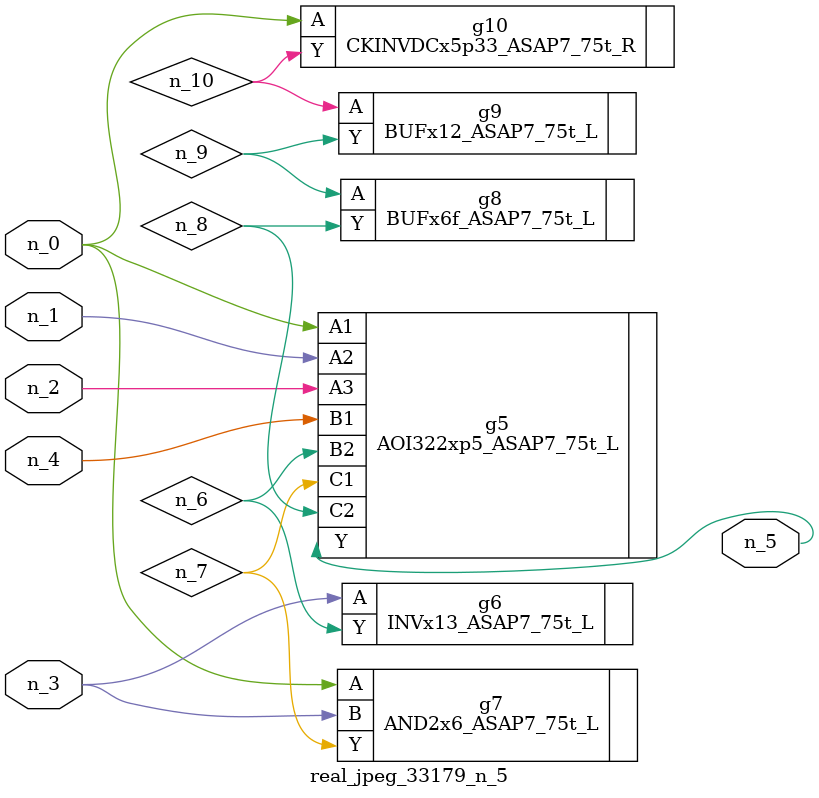
<source format=v>
module real_jpeg_33179_n_5 (n_4, n_0, n_1, n_2, n_3, n_5);

input n_4;
input n_0;
input n_1;
input n_2;
input n_3;

output n_5;

wire n_8;
wire n_6;
wire n_7;
wire n_10;
wire n_9;

AOI322xp5_ASAP7_75t_L g5 ( 
.A1(n_0),
.A2(n_1),
.A3(n_2),
.B1(n_4),
.B2(n_6),
.C1(n_7),
.C2(n_8),
.Y(n_5)
);

AND2x6_ASAP7_75t_L g7 ( 
.A(n_0),
.B(n_3),
.Y(n_7)
);

CKINVDCx5p33_ASAP7_75t_R g10 ( 
.A(n_0),
.Y(n_10)
);

INVx13_ASAP7_75t_L g6 ( 
.A(n_3),
.Y(n_6)
);

BUFx6f_ASAP7_75t_L g8 ( 
.A(n_9),
.Y(n_8)
);

BUFx12_ASAP7_75t_L g9 ( 
.A(n_10),
.Y(n_9)
);


endmodule
</source>
